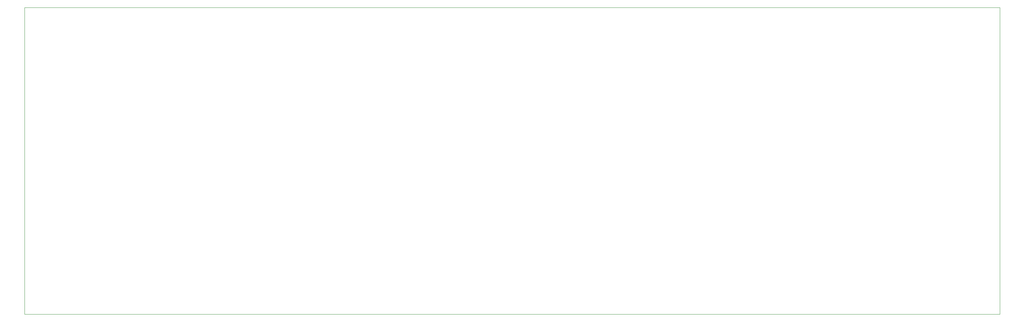
<source format=gbr>
G04*
G04 #@! TF.GenerationSoftware,Altium Limited,Altium Designer,22.4.2 (48)*
G04*
G04 Layer_Color=0*
%FSLAX25Y25*%
%MOIN*%
G70*
G04*
G04 #@! TF.SameCoordinates,EFB2AD4A-E9B5-4B68-97B7-9E8596F90355*
G04*
G04*
G04 #@! TF.FilePolarity,Positive*
G04*
G01*
G75*
%ADD108C,0.00100*%
D108*
X58000Y336000D02*
X1012000D01*
Y636000D01*
X58000D01*
Y336000D01*
M02*

</source>
